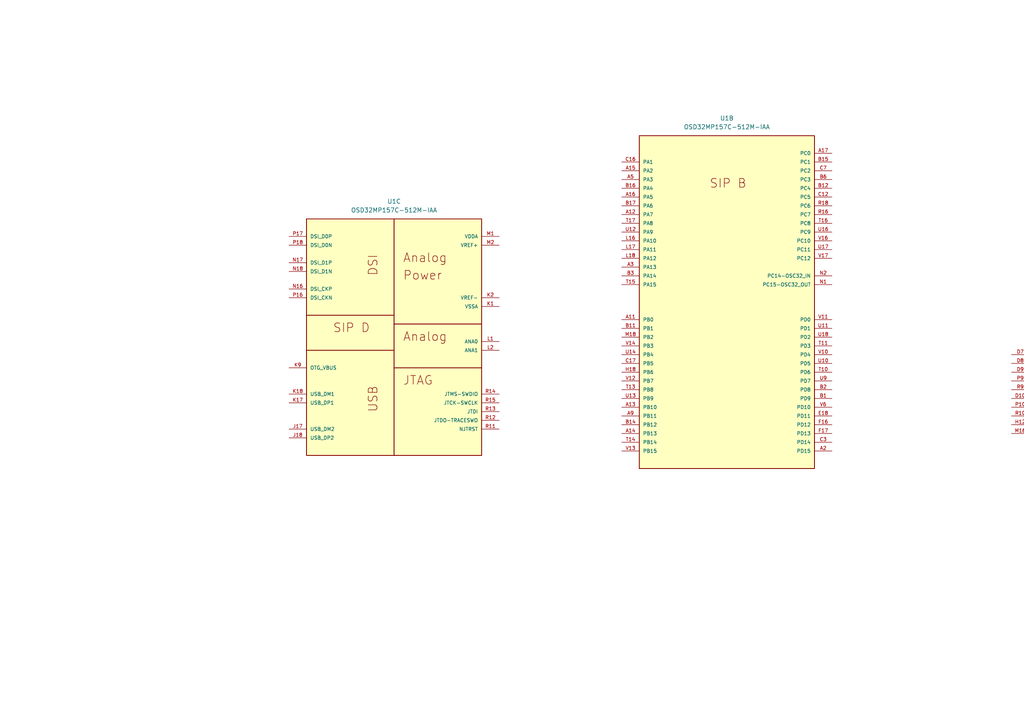
<source format=kicad_sch>
(kicad_sch (version 20231120) (generator "eeschema") (generator_version "8.0")
  (paper "A4")
  (lib_symbols
    (symbol "OSD32MP157C-512M-IAA:OSD32MP157C-512M-IAA" (pin_names (offset 1.016))
      (property "Reference" "U" (at 0 165.1 0))
      (property "Value" "OSD32MP157C-512M-IAA" (at 0 -2.54 0))
      (symbol "OSD32MP157C-512M-IAA_1_0"
        (polyline (pts (xy 0 96.52) (xy 30.48 96.52)) (stroke (width 0.254)))
        (polyline (pts (xy 30.48 10.16) (xy 30.48 0)) (stroke (width 0.254)))
        (polyline (pts (xy 30.48 10.16) (xy 30.48 12.7)) (stroke (width 0.254)))
        (polyline (pts (xy 30.48 12.7) (xy 0 12.7)) (stroke (width 0.254)))
        (polyline (pts (xy 30.48 20.32) (xy 30.48 12.7)) (stroke (width 0.254)))
        (polyline (pts (xy 30.48 20.32) (xy 30.48 27.94)) (stroke (width 0.254)))
        (polyline (pts (xy 30.48 20.32) (xy 60.96 20.32)) (stroke (width 0.254)))
        (polyline (pts (xy 30.48 27.94) (xy 0 27.94)) (stroke (width 0.254)))
        (polyline (pts (xy 30.48 33.02) (xy 30.48 27.94)) (stroke (width 0.254)))
        (polyline (pts (xy 30.48 33.02) (xy 60.96 33.02)) (stroke (width 0.254)))
        (polyline (pts (xy 30.48 43.18) (xy 0 43.18)) (stroke (width 0.254)))
        (polyline (pts (xy 30.48 43.18) (xy 30.48 33.02)) (stroke (width 0.254)))
        (polyline (pts (xy 30.48 50.8) (xy 30.48 43.18)) (stroke (width 0.254)))
        (polyline (pts (xy 30.48 50.8) (xy 60.96 50.8)) (stroke (width 0.254)))
        (polyline (pts (xy 30.48 58.42) (xy 0 58.42)) (stroke (width 0.254)))
        (polyline (pts (xy 30.48 58.42) (xy 30.48 50.8)) (stroke (width 0.254)))
        (polyline (pts (xy 30.48 73.66) (xy 0 73.66)) (stroke (width 0.254)))
        (polyline (pts (xy 30.48 73.66) (xy 30.48 58.42)) (stroke (width 0.254)))
        (polyline (pts (xy 30.48 96.52) (xy 30.48 73.66)) (stroke (width 0.254)))
        (polyline (pts (xy 30.48 162.56) (xy 30.48 96.52)) (stroke (width 0.254)))
        (polyline (pts (xy 60.96 10.16) (xy 30.48 10.16)) (stroke (width 0.254)))
        (rectangle (start 0 0) (end 60.96 162.56) (stroke (width 0.254)) (fill (type background)))
        (text "   if unused" (at 33.02 11.43 0) (effects (font (size 1.27 1.27)) (justify left bottom)))
        (text "Boot " (at 33.02 6.096 0) (effects (font (size 1.778 1.778)) (justify left bottom)))
        (text "Can be used" (at 33.02 38.1 0) (effects (font (size 1.27 1.27)) (justify left bottom)))
        (text "Config" (at 33.02 1.778 0) (effects (font (size 1.778 1.778)) (justify left bottom)))
        (text "Connect" (at 33.02 25.4 0) (effects (font (size 1.27 1.27)) (justify left bottom)))
        (text "Connect" (at 33.02 43.18 0) (effects (font (size 1.27 1.27)) (justify left bottom)))
        (text "Connect to GND" (at 2.54 10.16 0) (effects (font (size 1.27 1.27)) (justify left bottom)))
        (text "Connect to VDD" (at 33.02 15.24 0) (effects (font (size 1.27 1.27)) (justify left bottom)))
        (text "for boot config" (at 33.02 34.29 0) (effects (font (size 1.27 1.27)) (justify left bottom)))
        (text "GND to program EEPROM" (at 2.54 25.4 0) (effects (font (size 1.27 1.27)) (justify left bottom)))
        (text "Internal Use Only" (at 33.02 30.48 0) (effects (font (size 1.27 1.27)) (justify left bottom)))
        (text "Internal Use Only" (at 33.02 48.26 0) (effects (font (size 1.27 1.27)) (justify left bottom)))
        (text "Power Inputs" (at 25.4 121.92 900) (effects (font (size 2.54 2.54)) (justify left bottom)))
        (text "Power Outputs" (at 35.56 111.76 900) (effects (font (size 2.54 2.54)) (justify left bottom)))
        (text "Pull down to enable" (at 2.54 40.64 0) (effects (font (size 1.27 1.27)) (justify left bottom)))
        (text "SIP A" (at 7.62 83.82 0) (effects (font (size 2.54 2.54)) (justify left bottom)))
        (text "Together" (at 33.02 21.59 0) (effects (font (size 1.27 1.27)) (justify left bottom)))
        (text "Together" (at 33.02 39.37 0) (effects (font (size 1.27 1.27)) (justify left bottom)))
        (pin bidirectional line (at -5.08 66.04 0) (length 5.08) (name "PMIC_PONKEYN") (number "D3"))
        (pin bidirectional line (at -5.08 157.48 0) (length 5.08) (name "VIN_1") (number "G1"))
        (pin bidirectional line (at 66.04 124.46 180) (length 5.08) (name "PMIC_SWOUT_2") (number "G10"))
        (pin bidirectional line (at -5.08 152.4 0) (length 5.08) (name "VIN_3") (number "G2"))
        (pin bidirectional line (at -5.08 101.6 0) (length 5.08) (name "PMIC_LDO25IN") (number "G3"))
        (pin bidirectional line (at 66.04 86.36 180) (length 5.08) (name "PMIC_LDO2") (number "G4"))
        (pin bidirectional line (at 66.04 2.54 180) (length 5.08) (name "BOOT2") (number "G6"))
        (pin bidirectional line (at 66.04 48.26 180) (length 5.08) (name "VDD_1") (number "G7"))
        (pin bidirectional line (at 66.04 73.66 180) (length 5.08) (name "PMIC_LDO5") (number "G8"))
        (pin bidirectional line (at 66.04 127 180) (length 5.08) (name "PMIC_SWOUT_1") (number "G9"))
        (pin bidirectional line (at -5.08 154.94 0) (length 5.08) (name "VIN_2") (number "H1"))
        (pin bidirectional line (at -5.08 149.86 0) (length 5.08) (name "VIN_4") (number "H2"))
        (pin bidirectional line (at 66.04 157.48 180) (length 5.08) (name "PMIC_VOUT4_1") (number "H3"))
        (pin bidirectional line (at 66.04 60.96 180) (length 5.08) (name "PMIC_LDO6") (number "H4"))
        (pin bidirectional line (at 66.04 5.08 180) (length 5.08) (name "BOOT1") (number "H6"))
        (pin bidirectional line (at 66.04 45.72 180) (length 5.08) (name "VDD_2") (number "H7"))
        (pin bidirectional line (at -5.08 116.84 0) (length 5.08) (name "PMIC_SWIN_1") (number "H8"))
        (pin bidirectional line (at -5.08 114.3 0) (length 5.08) (name "PMIC_SWIN_2") (number "H9"))
        (pin bidirectional line (at -5.08 35.56 0) (length 5.08) (name "HSE_OSC_OEN") (number "J1"))
        (pin bidirectional line (at 66.04 154.94 180) (length 5.08) (name "PMIC_VOUT4_2") (number "J3"))
        (pin bidirectional line (at 66.04 99.06 180) (length 5.08) (name "PMIC_LDO1") (number "J4"))
        (pin bidirectional line (at 66.04 7.62 180) (length 5.08) (name "BOOT0") (number "J6"))
        (pin bidirectional line (at 66.04 43.18 180) (length 5.08) (name "VDD_3") (number "J7"))
        (pin bidirectional line (at 66.04 142.24 180) (length 5.08) (name "PMIC_BSTOUT_1") (number "J8"))
        (pin bidirectional line (at 66.04 139.7 180) (length 5.08) (name "PMIC_BSTOUT_2") (number "J9"))
        (pin bidirectional line (at 66.04 15.24 180) (length 5.08) (name "VBAT") (number "K3"))
        (pin bidirectional line (at 66.04 30.48 180) (length 5.08) (name "VDD_7") (number "K4"))
        (pin bidirectional line (at 66.04 40.64 180) (length 5.08) (name "VDD_4") (number "K7"))
        (pin bidirectional line (at 66.04 111.76 180) (length 5.08) (name "PMIC_VBUSOTG") (number "K8"))
        (pin bidirectional line (at 66.04 27.94 180) (length 5.08) (name "VDD_8") (number "L4"))
        (pin bidirectional line (at 66.04 38.1 180) (length 5.08) (name "VDD_5") (number "L7"))
        (pin bidirectional line (at -5.08 137.16 0) (length 5.08) (name "PMIC_BSTIN_1") (number "L8"))
        (pin bidirectional line (at -5.08 132.08 0) (length 5.08) (name "PMIC_BSTIN_3") (number "L9"))
        (pin bidirectional line (at -5.08 5.08 0) (length 5.08) (name "BYPASS_REG1V8") (number "M10"))
        (pin bidirectional line (at -5.08 50.8 0) (length 5.08) (name "NRST") (number "M3"))
        (pin bidirectional line (at 66.04 25.4 180) (length 5.08) (name "VDD_9") (number "M4"))
        (pin bidirectional line (at 66.04 35.56 180) (length 5.08) (name "VDD_6") (number "M7"))
        (pin bidirectional line (at -5.08 134.62 0) (length 5.08) (name "PMIC_BSTIN_2") (number "M8"))
        (pin bidirectional line (at -5.08 129.54 0) (length 5.08) (name "PMIC_BSTIN_4") (number "M9"))
        (pin bidirectional line (at -5.08 20.32 0) (length 5.08) (name "EEPROM_WP") (number "P4"))
      )
      (symbol "OSD32MP157C-512M-IAA_2_0"
        (rectangle (start 0 0) (end 50.8 96.52) (stroke (width 0.254)) (fill (type background)))
        (text "SIP B" (at 20.32 81.28 0) (effects (font (size 2.54 2.54)) (justify left bottom)))
        (pin bidirectional line (at -5.08 43.18 0) (length 5.08) (name "PB0") (number "A11"))
        (pin bidirectional line (at -5.08 73.66 0) (length 5.08) (name "PA7") (number "A12"))
        (pin bidirectional line (at -5.08 17.78 0) (length 5.08) (name "PB10") (number "A13"))
        (pin bidirectional line (at -5.08 10.16 0) (length 5.08) (name "PB13") (number "A14"))
        (pin bidirectional line (at -5.08 86.36 0) (length 5.08) (name "PA2") (number "A15"))
        (pin bidirectional line (at -5.08 78.74 0) (length 5.08) (name "PA5") (number "A16"))
        (pin bidirectional line (at 55.88 91.44 180) (length 5.08) (name "PC0") (number "A17"))
        (pin bidirectional line (at 55.88 5.08 180) (length 5.08) (name "PD15") (number "A2"))
        (pin bidirectional line (at -5.08 58.42 0) (length 5.08) (name "PA13") (number "A3"))
        (pin bidirectional line (at -5.08 83.82 0) (length 5.08) (name "PA3") (number "A5"))
        (pin bidirectional line (at -5.08 15.24 0) (length 5.08) (name "PB11") (number "A9"))
        (pin bidirectional line (at 55.88 20.32 180) (length 5.08) (name "PD9") (number "B1"))
        (pin bidirectional line (at -5.08 40.64 0) (length 5.08) (name "PB1") (number "B11"))
        (pin bidirectional line (at 55.88 81.28 180) (length 5.08) (name "PC4") (number "B12"))
        (pin bidirectional line (at -5.08 12.7 0) (length 5.08) (name "PB12") (number "B14"))
        (pin bidirectional line (at 55.88 88.9 180) (length 5.08) (name "PC1") (number "B15"))
        (pin bidirectional line (at -5.08 81.28 0) (length 5.08) (name "PA4") (number "B16"))
        (pin bidirectional line (at -5.08 76.2 0) (length 5.08) (name "PA6") (number "B17"))
        (pin bidirectional line (at 55.88 22.86 180) (length 5.08) (name "PD8") (number "B2"))
        (pin bidirectional line (at -5.08 55.88 0) (length 5.08) (name "PA14") (number "B3"))
        (pin bidirectional line (at 55.88 83.82 180) (length 5.08) (name "PC3") (number "B6"))
        (pin bidirectional line (at 55.88 78.74 180) (length 5.08) (name "PC5") (number "C12"))
        (pin bidirectional line (at -5.08 88.9 0) (length 5.08) (name "PA1") (number "C16"))
        (pin bidirectional line (at -5.08 30.48 0) (length 5.08) (name "PB5") (number "C17"))
        (pin bidirectional line (at 55.88 7.62 180) (length 5.08) (name "PD14") (number "C3"))
        (pin bidirectional line (at 55.88 86.36 180) (length 5.08) (name "PC2") (number "C7"))
        (pin bidirectional line (at 55.88 15.24 180) (length 5.08) (name "PD11") (number "E18"))
        (pin bidirectional line (at 55.88 12.7 180) (length 5.08) (name "PD12") (number "F16"))
        (pin bidirectional line (at 55.88 10.16 180) (length 5.08) (name "PD13") (number "F17"))
        (pin bidirectional line (at -5.08 27.94 0) (length 5.08) (name "PB6") (number "H18"))
        (pin bidirectional line (at -5.08 66.04 0) (length 5.08) (name "PA10") (number "L16"))
        (pin bidirectional line (at -5.08 63.5 0) (length 5.08) (name "PA11") (number "L17"))
        (pin bidirectional line (at -5.08 60.96 0) (length 5.08) (name "PA12") (number "L18"))
        (pin bidirectional line (at -5.08 38.1 0) (length 5.08) (name "PB2") (number "M18"))
        (pin bidirectional line (at 55.88 53.34 180) (length 5.08) (name "PC15-OSC32_OUT") (number "N1"))
        (pin bidirectional line (at 55.88 55.88 180) (length 5.08) (name "PC14-OSC32_IN") (number "N2"))
        (pin bidirectional line (at 55.88 73.66 180) (length 5.08) (name "PC7") (number "R16"))
        (pin bidirectional line (at 55.88 76.2 180) (length 5.08) (name "PC6") (number "R18"))
        (pin bidirectional line (at 55.88 27.94 180) (length 5.08) (name "PD6") (number "T10"))
        (pin bidirectional line (at 55.88 35.56 180) (length 5.08) (name "PD3") (number "T11"))
        (pin bidirectional line (at -5.08 22.86 0) (length 5.08) (name "PB8") (number "T13"))
        (pin bidirectional line (at -5.08 7.62 0) (length 5.08) (name "PB14") (number "T14"))
        (pin bidirectional line (at -5.08 53.34 0) (length 5.08) (name "PA15") (number "T15"))
        (pin bidirectional line (at 55.88 71.12 180) (length 5.08) (name "PC8") (number "T16"))
        (pin bidirectional line (at -5.08 71.12 0) (length 5.08) (name "PA8") (number "T17"))
        (pin bidirectional line (at 55.88 30.48 180) (length 5.08) (name "PD5") (number "U10"))
        (pin bidirectional line (at 55.88 40.64 180) (length 5.08) (name "PD1") (number "U11"))
        (pin bidirectional line (at -5.08 68.58 0) (length 5.08) (name "PA9") (number "U12"))
        (pin bidirectional line (at -5.08 20.32 0) (length 5.08) (name "PB9") (number "U13"))
        (pin bidirectional line (at -5.08 33.02 0) (length 5.08) (name "PB4") (number "U14"))
        (pin bidirectional line (at 55.88 68.58 180) (length 5.08) (name "PC9") (number "U16"))
        (pin bidirectional line (at 55.88 63.5 180) (length 5.08) (name "PC11") (number "U17"))
        (pin bidirectional line (at 55.88 38.1 180) (length 5.08) (name "PD2") (number "U18"))
        (pin bidirectional line (at 55.88 25.4 180) (length 5.08) (name "PD7") (number "U9"))
        (pin bidirectional line (at 55.88 33.02 180) (length 5.08) (name "PD4") (number "V10"))
        (pin bidirectional line (at 55.88 43.18 180) (length 5.08) (name "PD0") (number "V11"))
        (pin bidirectional line (at -5.08 25.4 0) (length 5.08) (name "PB7") (number "V12"))
        (pin bidirectional line (at -5.08 5.08 0) (length 5.08) (name "PB15") (number "V13"))
        (pin bidirectional line (at -5.08 35.56 0) (length 5.08) (name "PB3") (number "V14"))
        (pin bidirectional line (at 55.88 66.04 180) (length 5.08) (name "PC10") (number "V16"))
        (pin bidirectional line (at 55.88 60.96 180) (length 5.08) (name "PC12") (number "V17"))
        (pin bidirectional line (at 55.88 17.78 180) (length 5.08) (name "PD10") (number "V6"))
      )
      (symbol "OSD32MP157C-512M-IAA_3_0"
        (polyline (pts (xy 0 30.48) (xy 25.4 30.48)) (stroke (width 0.254)))
        (polyline (pts (xy 0 40.64) (xy 25.4 40.64)) (stroke (width 0.254)))
        (polyline (pts (xy 25.4 25.4) (xy 25.4 0)) (stroke (width 0.254)))
        (polyline (pts (xy 25.4 25.4) (xy 50.8 25.4)) (stroke (width 0.254)))
        (polyline (pts (xy 25.4 30.48) (xy 25.4 25.4)) (stroke (width 0.254)))
        (polyline (pts (xy 25.4 38.1) (xy 25.4 30.48)) (stroke (width 0.254)))
        (polyline (pts (xy 25.4 38.1) (xy 50.8 38.1)) (stroke (width 0.254)))
        (polyline (pts (xy 25.4 40.64) (xy 25.4 38.1)) (stroke (width 0.254)))
        (polyline (pts (xy 25.4 68.58) (xy 25.4 40.64)) (stroke (width 0.254)))
        (rectangle (start 0 0) (end 50.8 68.58) (stroke (width 0.254)) (fill (type background)))
        (text "Analog" (at 27.94 33.02 0) (effects (font (size 2.54 2.54)) (justify left bottom)))
        (text "Analog " (at 27.94 55.88 0) (effects (font (size 2.54 2.54)) (justify left bottom)))
        (text "DSI" (at 17.78 58.42 900) (effects (font (size 2.54 2.54)) (justify right top)))
        (text "JTAG" (at 27.94 20.32 0) (effects (font (size 2.54 2.54)) (justify left bottom)))
        (text "Power" (at 27.94 50.8 0) (effects (font (size 2.54 2.54)) (justify left bottom)))
        (text "SIP D" (at 7.62 35.56 0) (effects (font (size 2.54 2.54)) (justify left bottom)))
        (text "USB" (at 17.78 20.32 900) (effects (font (size 2.54 2.54)) (justify right top)))
        (pin bidirectional line (at -5.08 7.62 0) (length 5.08) (name "USB_DM2") (number "J17"))
        (pin bidirectional line (at -5.08 5.08 0) (length 5.08) (name "USB_DP2") (number "J18"))
        (pin bidirectional line (at 55.88 43.18 180) (length 5.08) (name "VSSA") (number "K1"))
        (pin bidirectional line (at -5.08 15.24 0) (length 5.08) (name "USB_DP1") (number "K17"))
        (pin bidirectional line (at -5.08 17.78 0) (length 5.08) (name "USB_DM1") (number "K18"))
        (pin bidirectional line (at 55.88 45.72 180) (length 5.08) (name "VREF-") (number "K2"))
        (pin bidirectional line (at -5.08 25.4 0) (length 5.08) (name "OTG_VBUS") (number "K9"))
        (pin bidirectional line (at 55.88 33.02 180) (length 5.08) (name "ANA0") (number "L1"))
        (pin bidirectional line (at 55.88 30.48 180) (length 5.08) (name "ANA1") (number "L2"))
        (pin bidirectional line (at 55.88 63.5 180) (length 5.08) (name "VDDA") (number "M1"))
        (pin bidirectional line (at 55.88 60.96 180) (length 5.08) (name "VREF+") (number "M2"))
        (pin bidirectional line (at -5.08 48.26 0) (length 5.08) (name "DSI_CKP") (number "N16"))
        (pin bidirectional line (at -5.08 55.88 0) (length 5.08) (name "DSI_D1P") (number "N17"))
        (pin bidirectional line (at -5.08 53.34 0) (length 5.08) (name "DSI_D1N") (number "N18"))
        (pin bidirectional line (at -5.08 45.72 0) (length 5.08) (name "DSI_CKN") (number "P16"))
        (pin bidirectional line (at -5.08 63.5 0) (length 5.08) (name "DSI_D0P") (number "P17"))
        (pin bidirectional line (at -5.08 60.96 0) (length 5.08) (name "DSI_D0N") (number "P18"))
        (pin bidirectional line (at 55.88 7.62 180) (length 5.08) (name "NJTRST") (number "R11"))
        (pin bidirectional line (at 55.88 10.16 180) (length 5.08) (name "JTDO-TRACESWO") (number "R12"))
        (pin bidirectional line (at 55.88 12.7 180) (length 5.08) (name "JTDI") (number "R13"))
        (pin bidirectional line (at 55.88 17.78 180) (length 5.08) (name "JTMS-SWDIO") (number "R14"))
        (pin bidirectional line (at 55.88 15.24 180) (length 5.08) (name "JTCK-SWCLK") (number "R15"))
      )
      (symbol "OSD32MP157C-512M-IAA_4_0"
        (rectangle (start 0 0) (end 50.8 144.78) (stroke (width 0.254)) (fill (type background)))
        (text "SIP C" (at 20.32 134.62 0) (effects (font (size 2.54 2.54)) (justify left bottom)))
        (pin bidirectional line (at -5.08 58.42 0) (length 5.08) (name "PF13") (number "A10"))
        (pin bidirectional line (at -5.08 12.7 0) (length 5.08) (name "PG12") (number "A4"))
        (pin bidirectional line (at -5.08 134.62 0) (length 5.08) (name "PE2") (number "A6"))
        (pin bidirectional line (at -5.08 7.62 0) (length 5.08) (name "PG14") (number "A7"))
        (pin bidirectional line (at -5.08 38.1 0) (length 5.08) (name "PG2") (number "A8"))
        (pin bidirectional line (at -5.08 55.88 0) (length 5.08) (name "PF14") (number "B10"))
        (pin bidirectional line (at 55.88 134.62 180) (length 5.08) (name "PH2") (number "B13"))
        (pin bidirectional line (at -5.08 63.5 0) (length 5.08) (name "PF11") (number "B18"))
        (pin bidirectional line (at 55.88 66.04 180) (length 5.08) (name "PI10") (number "B4"))
        (pin bidirectional line (at 55.88 124.46 180) (length 5.08) (name "PH6") (number "B5"))
        (pin bidirectional line (at -5.08 10.16 0) (length 5.08) (name "PG13") (number "B7"))
        (pin bidirectional line (at -5.08 40.64 0) (length 5.08) (name "PG1") (number "B8"))
        (pin bidirectional line (at -5.08 33.02 0) (length 5.08) (name "PG4") (number "B9"))
        (pin bidirectional line (at 55.88 71.12 180) (length 5.08) (name "PI8") (number "C1"))
        (pin bidirectional line (at -5.08 53.34 0) (length 5.08) (name "PF15") (number "C10"))
        (pin bidirectional line (at -5.08 60.96 0) (length 5.08) (name "PF12") (number "C11"))
        (pin bidirectional line (at 55.88 132.08 180) (length 5.08) (name "PH3") (number "C13"))
        (pin bidirectional line (at -5.08 15.24 0) (length 5.08) (name "PG11") (number "C14"))
        (pin bidirectional line (at -5.08 30.48 0) (length 5.08) (name "PG5") (number "C15"))
        (pin bidirectional line (at -5.08 17.78 0) (length 5.08) (name "PG10") (number "C18"))
        (pin bidirectional line (at 55.88 68.58 180) (length 5.08) (name "PI9") (number "C2"))
        (pin bidirectional line (at 55.88 63.5 180) (length 5.08) (name "PI11") (number "C4"))
        (pin bidirectional line (at 55.88 121.92 180) (length 5.08) (name "PH7") (number "C5"))
        (pin bidirectional line (at -5.08 83.82 0) (length 5.08) (name "PF3") (number "C6"))
        (pin bidirectional line (at -5.08 43.18 0) (length 5.08) (name "PG0") (number "C8"))
        (pin bidirectional line (at -5.08 35.56 0) (length 5.08) (name "PG3") (number "C9"))
        (pin bidirectional line (at 55.88 27.94 180) (length 5.08) (name "PZ6") (number "D1"))
        (pin bidirectional line (at -5.08 22.86 0) (length 5.08) (name "PG8") (number "D16"))
        (pin bidirectional line (at -5.08 121.92 0) (length 5.08) (name "PE7") (number "D17"))
        (pin bidirectional line (at -5.08 119.38 0) (length 5.08) (name "PE8") (number "D18"))
        (pin bidirectional line (at 55.88 25.4 180) (length 5.08) (name "PZ7") (number "D2"))
        (pin bidirectional line (at 55.88 35.56 180) (length 5.08) (name "PZ3") (number "E1"))
        (pin bidirectional line (at -5.08 116.84 0) (length 5.08) (name "PE9") (number "E16"))
        (pin bidirectional line (at -5.08 114.3 0) (length 5.08) (name "PE10") (number "E17"))
        (pin bidirectional line (at 55.88 33.02 180) (length 5.08) (name "PZ4/PMIC_SCL") (number "E2"))
        (pin bidirectional line (at 55.88 30.48 180) (length 5.08) (name "PZ5/PMIC_SDA") (number "E3"))
        (pin bidirectional line (at 55.88 43.18 180) (length 5.08) (name "PZ0") (number "F1"))
        (pin bidirectional line (at -5.08 76.2 0) (length 5.08) (name "PF6") (number "F18"))
        (pin bidirectional line (at 55.88 40.64 180) (length 5.08) (name "PZ1") (number "F2"))
        (pin bidirectional line (at 55.88 38.1 180) (length 5.08) (name "PZ2") (number "F3"))
        (pin bidirectional line (at -5.08 73.66 0) (length 5.08) (name "PF7") (number "G16"))
        (pin bidirectional line (at -5.08 71.12 0) (length 5.08) (name "PF8") (number "G17"))
        (pin bidirectional line (at -5.08 68.58 0) (length 5.08) (name "PF9") (number "G18"))
        (pin bidirectional line (at -5.08 66.04 0) (length 5.08) (name "PF10") (number "H16"))
        (pin bidirectional line (at -5.08 25.4 0) (length 5.08) (name "PG7") (number "H17"))
        (pin bidirectional line (at -5.08 20.32 0) (length 5.08) (name "PG9") (number "M17"))
        (pin bidirectional line (at 55.88 73.66 180) (length 5.08) (name "PI7") (number "N3"))
        (pin bidirectional line (at 55.88 81.28 180) (length 5.08) (name "PI4") (number "P1"))
        (pin bidirectional line (at 55.88 78.74 180) (length 5.08) (name "PI5") (number "P2"))
        (pin bidirectional line (at 55.88 76.2 180) (length 5.08) (name "PI6") (number "P3"))
        (pin bidirectional line (at 55.88 88.9 180) (length 5.08) (name "PI1") (number "R1"))
        (pin bidirectional line (at -5.08 129.54 0) (length 5.08) (name "PE4") (number "R17"))
        (pin bidirectional line (at 55.88 86.36 180) (length 5.08) (name "PI2") (number "R2"))
        (pin bidirectional line (at 55.88 83.82 180) (length 5.08) (name "PI3") (number "R3"))
        (pin bidirectional line (at 55.88 104.14 180) (length 5.08) (name "PH14") (number "T1"))
        (pin bidirectional line (at -5.08 132.08 0) (length 5.08) (name "PE3") (number "T12"))
        (pin bidirectional line (at -5.08 86.36 0) (length 5.08) (name "PF2") (number "T18"))
        (pin bidirectional line (at 55.88 101.6 180) (length 5.08) (name "PH15") (number "T2"))
        (pin bidirectional line (at 55.88 91.44 180) (length 5.08) (name "PI0") (number "T3"))
        (pin bidirectional line (at 55.88 119.38 180) (length 5.08) (name "PH8") (number "T4"))
        (pin bidirectional line (at -5.08 106.68 0) (length 5.08) (name "PE13") (number "T5"))
        (pin bidirectional line (at 55.88 127 180) (length 5.08) (name "PH5") (number "T6"))
        (pin bidirectional line (at -5.08 137.16 0) (length 5.08) (name "PE1") (number "T7"))
        (pin bidirectional line (at -5.08 78.74 0) (length 5.08) (name "PF5") (number "T8"))
        (pin bidirectional line (at -5.08 124.46 0) (length 5.08) (name "PE6") (number "T9"))
        (pin bidirectional line (at 55.88 106.68 180) (length 5.08) (name "PH13") (number "U1"))
        (pin bidirectional line (at -5.08 27.94 0) (length 5.08) (name "PG6") (number "U15"))
        (pin bidirectional line (at 55.88 109.22 180) (length 5.08) (name "PH12") (number "U2"))
        (pin bidirectional line (at 55.88 114.3 180) (length 5.08) (name "PH10") (number "U3"))
        (pin bidirectional line (at -5.08 101.6 0) (length 5.08) (name "PE15") (number "U4"))
        (pin bidirectional line (at -5.08 109.22 0) (length 5.08) (name "PE12") (number "U5"))
        (pin bidirectional line (at 55.88 129.54 180) (length 5.08) (name "PH4") (number "U6"))
        (pin bidirectional line (at -5.08 139.7 0) (length 5.08) (name "PE0") (number "U7"))
        (pin bidirectional line (at -5.08 91.44 0) (length 5.08) (name "PF0") (number "U8"))
        (pin bidirectional line (at -5.08 127 0) (length 5.08) (name "PE5") (number "V15"))
        (pin bidirectional line (at 55.88 111.76 180) (length 5.08) (name "PH11") (number "V2"))
        (pin bidirectional line (at 55.88 116.84 180) (length 5.08) (name "PH9") (number "V3"))
        (pin bidirectional line (at -5.08 104.14 0) (length 5.08) (name "PE14") (number "V4"))
        (pin bidirectional line (at -5.08 111.76 0) (length 5.08) (name "PE11") (number "V5"))
        (pin bidirectional line (at -5.08 81.28 0) (length 5.08) (name "PF4") (number "V7"))
        (pin bidirectional line (at -5.08 88.9 0) (length 5.08) (name "PF1") (number "V8"))
        (pin bidirectional line (at -5.08 5.08 0) (length 5.08) (name "PG15") (number "V9"))
      )
      (symbol "OSD32MP157C-512M-IAA_5_0"
        (rectangle (start 0 0) (end 50.8 96.52) (stroke (width 0.254)) (fill (type background)))
        (text "    pads instead of a via per pad." (at 32.258 12.7 900) (effects (font (size 1.778 1.778)) (justify left bottom)))
        (text "NOTE:  Can use pours to connect VSS" (at 27.94 12.7 900) (effects (font (size 1.778 1.778)) (justify left bottom)))
        (text "SIP E" (at 25.4 86.36 0) (effects (font (size 2.54 2.54)) (justify bottom)))
        (pin bidirectional line (at -5.08 91.44 0) (length 5.08) (name "VSS_1") (number "D4"))
        (pin bidirectional line (at -5.08 20.32 0) (length 5.08) (name "VSS_29") (number "E10"))
        (pin bidirectional line (at -5.08 12.7 0) (length 5.08) (name "VSS_32") (number "E11"))
        (pin bidirectional line (at 55.88 88.9 180) (length 5.08) (name "VSS_37") (number "E12"))
        (pin bidirectional line (at 55.88 76.2 180) (length 5.08) (name "VSS_42") (number "E13"))
        (pin bidirectional line (at 55.88 53.34 180) (length 5.08) (name "VSS_51") (number "E14"))
        (pin bidirectional line (at 55.88 30.48 180) (length 5.08) (name "VSS_60") (number "E15"))
        (pin bidirectional line (at -5.08 88.9 0) (length 5.08) (name "VSS_2") (number "E4"))
        (pin bidirectional line (at -5.08 83.82 0) (length 5.08) (name "VSS_4") (number "E5"))
        (pin bidirectional line (at -5.08 58.42 0) (length 5.08) (name "VSS_14") (number "E6"))
        (pin bidirectional line (at -5.08 48.26 0) (length 5.08) (name "VSS_18") (number "E7"))
        (pin bidirectional line (at -5.08 38.1 0) (length 5.08) (name "VSS_22") (number "E8"))
        (pin bidirectional line (at -5.08 27.94 0) (length 5.08) (name "VSS_26") (number "E9"))
        (pin bidirectional line (at -5.08 17.78 0) (length 5.08) (name "VSS_30") (number "F10"))
        (pin bidirectional line (at -5.08 10.16 0) (length 5.08) (name "VSS_33") (number "F11"))
        (pin bidirectional line (at 55.88 86.36 180) (length 5.08) (name "VSS_38") (number "F12"))
        (pin bidirectional line (at 55.88 73.66 180) (length 5.08) (name "VSS_43") (number "F13"))
        (pin bidirectional line (at 55.88 50.8 180) (length 5.08) (name "VSS_52") (number "F14"))
        (pin bidirectional line (at 55.88 27.94 180) (length 5.08) (name "VSS_61") (number "F15"))
        (pin bidirectional line (at -5.08 86.36 0) (length 5.08) (name "VSS_3") (number "F4"))
        (pin bidirectional line (at -5.08 81.28 0) (length 5.08) (name "VSS_5") (number "F5"))
        (pin bidirectional line (at -5.08 55.88 0) (length 5.08) (name "VSS_15") (number "F6"))
        (pin bidirectional line (at -5.08 45.72 0) (length 5.08) (name "VSS_19") (number "F7"))
        (pin bidirectional line (at -5.08 35.56 0) (length 5.08) (name "VSS_23") (number "F8"))
        (pin bidirectional line (at -5.08 25.4 0) (length 5.08) (name "VSS_27") (number "F9"))
        (pin bidirectional line (at -5.08 7.62 0) (length 5.08) (name "VSS_34") (number "G11"))
        (pin bidirectional line (at 55.88 83.82 180) (length 5.08) (name "VSS_39") (number "G12"))
        (pin bidirectional line (at 55.88 71.12 180) (length 5.08) (name "VSS_44") (number "G13"))
        (pin bidirectional line (at 55.88 48.26 180) (length 5.08) (name "VSS_53") (number "G14"))
        (pin bidirectional line (at 55.88 25.4 180) (length 5.08) (name "VSS_62") (number "G15"))
        (pin bidirectional line (at -5.08 78.74 0) (length 5.08) (name "VSS_6") (number "G5"))
        (pin bidirectional line (at 55.88 68.58 180) (length 5.08) (name "VSS_45") (number "H13"))
        (pin bidirectional line (at 55.88 45.72 180) (length 5.08) (name "VSS_54") (number "H14"))
        (pin bidirectional line (at 55.88 22.86 180) (length 5.08) (name "VSS_63") (number "H15"))
        (pin bidirectional line (at -5.08 76.2 0) (length 5.08) (name "VSS_7") (number "H5"))
        (pin bidirectional line (at 55.88 66.04 180) (length 5.08) (name "VSS_46") (number "J13"))
        (pin bidirectional line (at 55.88 43.18 180) (length 5.08) (name "VSS_55") (number "J14"))
        (pin bidirectional line (at 55.88 20.32 180) (length 5.08) (name "VSS_64") (number "J15"))
        (pin bidirectional line (at 55.88 7.62 180) (length 5.08) (name "VSS_69") (number "J16"))
        (pin bidirectional line (at -5.08 73.66 0) (length 5.08) (name "VSS_8") (number "J5"))
        (pin bidirectional line (at 55.88 63.5 180) (length 5.08) (name "VSS_47") (number "K13"))
        (pin bidirectional line (at 55.88 40.64 180) (length 5.08) (name "VSS_56") (number "K14"))
        (pin bidirectional line (at 55.88 17.78 180) (length 5.08) (name "VSS_65") (number "K15"))
        (pin bidirectional line (at 55.88 5.08 180) (length 5.08) (name "VSS_70") (number "K16"))
        (pin bidirectional line (at -5.08 71.12 0) (length 5.08) (name "VSS_9") (number "K5"))
        (pin bidirectional line (at 55.88 60.96 180) (length 5.08) (name "VSS_48") (number "L13"))
        (pin bidirectional line (at 55.88 38.1 180) (length 5.08) (name "VSS_57") (number "L14"))
        (pin bidirectional line (at 55.88 15.24 180) (length 5.08) (name "VSS_66") (number "L15"))
        (pin bidirectional line (at -5.08 68.58 0) (length 5.08) (name "VSS_10") (number "L5"))
        (pin bidirectional line (at -5.08 5.08 0) (length 5.08) (name "VSS_35") (number "M11"))
        (pin bidirectional line (at 55.88 81.28 180) (length 5.08) (name "VSS_40") (number "M12"))
        (pin bidirectional line (at 55.88 58.42 180) (length 5.08) (name "VSS_49") (number "M13"))
        (pin bidirectional line (at 55.88 35.56 180) (length 5.08) (name "VSS_58") (number "M14"))
        (pin bidirectional line (at 55.88 12.7 180) (length 5.08) (name "VSS_67") (number "M15"))
        (pin bidirectional line (at -5.08 66.04 0) (length 5.08) (name "VSS_11") (number "M5"))
        (pin bidirectional line (at -5.08 15.24 0) (length 5.08) (name "VSS_31") (number "N10"))
        (pin bidirectional line (at 55.88 91.44 180) (length 5.08) (name "VSS_36") (number "N11"))
        (pin bidirectional line (at 55.88 78.74 180) (length 5.08) (name "VSS_41") (number "N12"))
        (pin bidirectional line (at 55.88 55.88 180) (length 5.08) (name "VSS_50") (number "N13"))
        (pin bidirectional line (at 55.88 33.02 180) (length 5.08) (name "VSS_59") (number "N14"))
        (pin bidirectional line (at 55.88 10.16 180) (length 5.08) (name "VSS_68") (number "N15"))
        (pin bidirectional line (at -5.08 63.5 0) (length 5.08) (name "VSS_12") (number "N5"))
        (pin bidirectional line (at -5.08 53.34 0) (length 5.08) (name "VSS_16") (number "N6"))
        (pin bidirectional line (at -5.08 43.18 0) (length 5.08) (name "VSS_20") (number "N7"))
        (pin bidirectional line (at -5.08 33.02 0) (length 5.08) (name "VSS_24") (number "N8"))
        (pin bidirectional line (at -5.08 22.86 0) (length 5.08) (name "VSS_28") (number "N9"))
        (pin bidirectional line (at -5.08 60.96 0) (length 5.08) (name "VSS_13") (number "P5"))
        (pin bidirectional line (at -5.08 50.8 0) (length 5.08) (name "VSS_17") (number "P6"))
        (pin bidirectional line (at -5.08 40.64 0) (length 5.08) (name "VSS_21") (number "P7"))
        (pin bidirectional line (at -5.08 30.48 0) (length 5.08) (name "VSS_25") (number "P8"))
      )
      (symbol "OSD32MP157C-512M-IAA_6_0"
        (polyline (pts (xy 0 35.56) (xy 50.8 35.56)) (stroke (width 0.254)))
        (rectangle (start 0 0) (end 50.8 66.04) (stroke (width 0.254)) (fill (type background)))
        (text "Do Not Use" (at 27.94 11.43 0) (effects (font (size 1.778 1.778)) (justify left top)))
        (text "Do Not Use" (at 27.94 46.99 0) (effects (font (size 1.778 1.778)) (justify left top)))
        (text "Power Rails" (at 22.86 53.34 0) (effects (font (size 1.778 1.778)) (justify left top)))
        (text "Processor Control" (at 22.86 30.48 0) (effects (font (size 1.778 1.778)) (justify left top)))
        (text "recommended" (at 27.94 -1.524 0) (effects (font (size 1.778 1.778)) (justify left top)))
        (text "recommended" (at 27.94 34.036 0) (effects (font (size 1.778 1.778)) (justify left top)))
        (text "signal " (at 27.94 2.794 0) (effects (font (size 1.778 1.778)) (justify left top)))
        (text "signal " (at 27.94 38.354 0) (effects (font (size 1.778 1.778)) (justify left top)))
        (text "SIP F" (at 25.4 60.96 0) (effects (font (size 2.54 2.54)) (justify bottom)))
        (text "Test Point per " (at 27.94 7.112 0) (effects (font (size 1.778 1.778)) (justify left top)))
        (text "Test Point per " (at 27.94 42.672 0) (effects (font (size 1.778 1.778)) (justify left top)))
        (pin bidirectional line (at -5.08 20.32 0) (length 5.08) (name "PWR_ON/PMIC_PWRCTRL") (number "D5"))
        (pin bidirectional line (at -5.08 22.86 0) (length 5.08) (name "PC13/PMIC_WAKEUP") (number "D6"))
        (pin bidirectional line (at -5.08 55.88 0) (length 5.08) (name "VTT_DDR") (number "J12"))
        (pin bidirectional line (at -5.08 30.48 0) (length 5.08) (name "HSE_OSC_TP") (number "J2"))
        (pin bidirectional line (at -5.08 58.42 0) (length 5.08) (name "VDD_DDR") (number "K12"))
        (pin bidirectional line (at -5.08 15.24 0) (length 5.08) (name "PWR_LP") (number "K6"))
        (pin bidirectional line (at -5.08 53.34 0) (length 5.08) (name "VREF_DDR") (number "L12"))
        (pin bidirectional line (at -5.08 25.4 0) (length 5.08) (name "PA0/PMIC_INTN") (number "L3"))
        (pin bidirectional line (at -5.08 10.16 0) (length 5.08) (name "PDR_ON_CORE") (number "L6"))
        (pin bidirectional line (at -5.08 12.7 0) (length 5.08) (name "PDR_ON") (number "M6"))
        (pin bidirectional line (at -5.08 5.08 0) (length 5.08) (name "NRST_CORE") (number "N4"))
        (pin bidirectional line (at -5.08 60.96 0) (length 5.08) (name "VDD_CORE") (number "R4"))
        (pin bidirectional line (at -5.08 48.26 0) (length 5.08) (name "VDD3V3_USB") (number "R5"))
        (pin bidirectional line (at -5.08 40.64 0) (length 5.08) (name "VDD1V2_DSI_REG") (number "R6"))
        (pin bidirectional line (at -5.08 43.18 0) (length 5.08) (name "VDDA1V8_REG") (number "R7"))
        (pin bidirectional line (at -5.08 45.72 0) (length 5.08) (name "VDDA1V1_REG") (number "R8"))
      )
      (symbol "OSD32MP157C-512M-IAA_7_0"
        (rectangle (start 0 0) (end 50.8 33.02) (stroke (width 0.254)) (fill (type background)))
        (text "All pins reserved " (at 17.78 18.796 0) (effects (font (size 1.778 1.778)) (justify left bottom)))
        (text "Do Not Connect" (at 20.32 10.16 0) (effects (font (size 1.778 1.778)) (justify left bottom)))
        (text "for future use" (at 17.78 14.478 0) (effects (font (size 1.778 1.778)) (justify left bottom)))
        (text "SIP G" (at 30.48 22.86 0) (effects (font (size 2.54 2.54)) (justify bottom)))
        (pin bidirectional line (at -5.08 15.24 0) (length 5.08) (name "RSVD_6") (number "D10"))
        (pin bidirectional line (at -5.08 27.94 0) (length 5.08) (name "RSVD_1") (number "D7"))
        (pin bidirectional line (at -5.08 25.4 0) (length 5.08) (name "RSVD_2") (number "D8"))
        (pin bidirectional line (at -5.08 22.86 0) (length 5.08) (name "RSVD_3") (number "D9"))
        (pin bidirectional line (at -5.08 7.62 0) (length 5.08) (name "RSVD_9") (number "H12"))
        (pin bidirectional line (at -5.08 5.08 0) (length 5.08) (name "RSVD_10") (number "M16"))
        (pin bidirectional line (at -5.08 12.7 0) (length 5.08) (name "RSVD_7") (number "P10"))
        (pin bidirectional line (at -5.08 20.32 0) (length 5.08) (name "RSVD_4") (number "P9"))
        (pin bidirectional line (at -5.08 10.16 0) (length 5.08) (name "RSVD_8") (number "R10"))
        (pin bidirectional line (at -5.08 17.78 0) (length 5.08) (name "RSVD_5") (number "R9"))
      )
    )
  )
  (symbol (lib_id "OSD32MP157C-512M-IAA:OSD32MP157C-512M-IAA") (at 298.45 130.81 0) (unit 7)
    (property "Reference" "U1" (at 350.52 113.0299 0) (effects (justify left)))
    (property "Value" "OSD32MP157C-512M-IAA" (at 350.52 115.5699 0) (effects (justify left)))
    (property "Footprint" "OSD32MP157C-512M-IAA:OSD32MP15X-BGA-324" (effects (hide yes)))
    (property "MF" "Octavo Systems LLC" (effects (hide yes)))
    (property "Description_1" "\nOSD32MP15x Embedded Module Arm® Dual Cortex®-A7, Arm® Cortex®-M4 NEON™ SIMD 650MHz, 209MHz\n" (effects (hide yes)))
    (property "Package" "BGA-302 Octavo Systems" (effects (hide yes)))
    (property "Price" "None" (effects (hide yes)))
    (property "SnapEDA_Link" "https://www.snapeda.com/parts/OSD32MP157C-512M-IAA/Octavo+Systems+LLC/view-part/?ref=snap" (effects (hide yes)))
    (property "MP" "OSD32MP157C-512M-IAA" (effects (hide yes)))
    (property "Purchase-URL" "https://www.snapeda.com/api/url_track_click_mouser/?unipart_id=4998964&manufacturer=Octavo Systems LLC&part_name=OSD32MP157C-512M-IAA&search_term=osd32mp1" (effects (hide yes)))
    (property "Availability" "In Stock" (effects (hide yes)))
    (property "Check_prices" "https://www.snapeda.com/parts/OSD32MP157C-512M-IAA/Octavo+Systems+LLC/view-part/?ref=eda" (effects (hide yes)))
  )
  (symbol (lib_id "OSD32MP157C-512M-IAA:OSD32MP157C-512M-IAA") (at 88.9 132.08 0) (unit 3)
    (property "Reference" "U1" (at 114.3 58.42 0))
    (property "Value" "OSD32MP157C-512M-IAA" (at 114.3 60.96 0))
    (property "Footprint" "OSD32MP157C-512M-IAA:OSD32MP15X-BGA-324" (effects (hide yes)))
    (property "MF" "Octavo Systems LLC" (effects (hide yes)))
    (property "Description_1" "\nOSD32MP15x Embedded Module Arm® Dual Cortex®-A7, Arm® Cortex®-M4 NEON™ SIMD 650MHz, 209MHz\n" (effects (hide yes)))
    (property "Package" "BGA-302 Octavo Systems" (effects (hide yes)))
    (property "Price" "None" (effects (hide yes)))
    (property "SnapEDA_Link" "https://www.snapeda.com/parts/OSD32MP157C-512M-IAA/Octavo+Systems+LLC/view-part/?ref=snap" (effects (hide yes)))
    (property "MP" "OSD32MP157C-512M-IAA" (effects (hide yes)))
    (property "Purchase-URL" "https://www.snapeda.com/api/url_track_click_mouser/?unipart_id=4998964&manufacturer=Octavo Systems LLC&part_name=OSD32MP157C-512M-IAA&search_term=osd32mp1" (effects (hide yes)))
    (property "Availability" "In Stock" (effects (hide yes)))
    (property "Check_prices" "https://www.snapeda.com/parts/OSD32MP157C-512M-IAA/Octavo+Systems+LLC/view-part/?ref=eda" (effects (hide yes)))
  )
  (symbol (lib_id "OSD32MP157C-512M-IAA:OSD32MP157C-512M-IAA") (at 185.42 135.89 0) (unit 2)
    (property "Reference" "U1" (at 210.82 34.29 0))
    (property "Value" "OSD32MP157C-512M-IAA" (at 210.82 36.83 0))
    (property "Footprint" "OSD32MP157C-512M-IAA:OSD32MP15X-BGA-324" (effects (hide yes)))
    (property "MF" "Octavo Systems LLC" (effects (hide yes)))
    (property "Description_1" "\nOSD32MP15x Embedded Module Arm® Dual Cortex®-A7, Arm® Cortex®-M4 NEON™ SIMD 650MHz, 209MHz\n" (effects (hide yes)))
    (property "Package" "BGA-302 Octavo Systems" (effects (hide yes)))
    (property "Price" "None" (effects (hide yes)))
    (property "SnapEDA_Link" "https://www.snapeda.com/parts/OSD32MP157C-512M-IAA/Octavo+Systems+LLC/view-part/?ref=snap" (effects (hide yes)))
    (property "MP" "OSD32MP157C-512M-IAA" (effects (hide yes)))
    (property "Purchase-URL" "https://www.snapeda.com/api/url_track_click_mouser/?unipart_id=4998964&manufacturer=Octavo Systems LLC&part_name=OSD32MP157C-512M-IAA&search_term=osd32mp1" (effects (hide yes)))
    (property "Availability" "In Stock" (effects (hide yes)))
    (property "Check_prices" "https://www.snapeda.com/parts/OSD32MP157C-512M-IAA/Octavo+Systems+LLC/view-part/?ref=eda" (effects (hide yes)))
  )
  (symbol (lib_id "OSD32MP157C-512M-IAA:OSD32MP157C-512M-IAA") (at 461.01 175.26 0) (unit 4)
    (property "Reference" "U1" (at 486.41 25.4 0))
    (property "Value" "OSD32MP157C-512M-IAA" (at 486.41 27.94 0))
    (property "Footprint" "OSD32MP157C-512M-IAA:OSD32MP15X-BGA-324" (effects (hide yes)))
    (property "MF" "Octavo Systems LLC" (effects (hide yes)))
    (property "Description_1" "\nOSD32MP15x Embedded Module Arm® Dual Cortex®-A7, Arm® Cortex®-M4 NEON™ SIMD 650MHz, 209MHz\n" (effects (hide yes)))
    (property "Package" "BGA-302 Octavo Systems" (effects (hide yes)))
    (property "Price" "None" (effects (hide yes)))
    (property "SnapEDA_Link" "https://www.snapeda.com/parts/OSD32MP157C-512M-IAA/Octavo+Systems+LLC/view-part/?ref=snap" (effects (hide yes)))
    (property "MP" "OSD32MP157C-512M-IAA" (effects (hide yes)))
    (property "Purchase-URL" "https://www.snapeda.com/api/url_track_click_mouser/?unipart_id=4998964&manufacturer=Octavo Systems LLC&part_name=OSD32MP157C-512M-IAA&search_term=osd32mp1" (effects (hide yes)))
    (property "Availability" "In Stock" (effects (hide yes)))
    (property "Check_prices" "https://www.snapeda.com/parts/OSD32MP157C-512M-IAA/Octavo+Systems+LLC/view-part/?ref=eda" (effects (hide yes)))
  )
)
</source>
